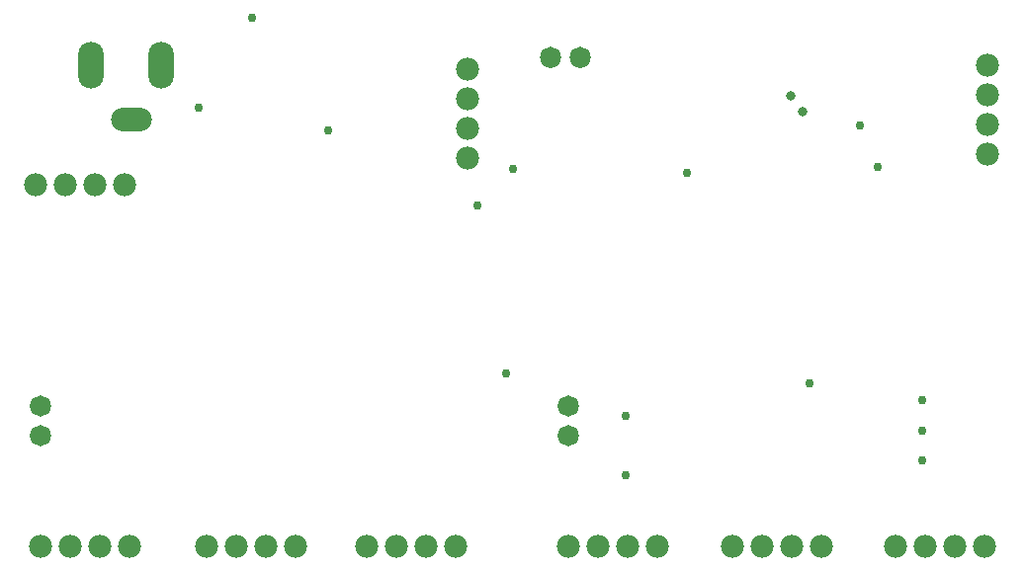
<source format=gbs>
G04*
G04 #@! TF.GenerationSoftware,Altium Limited,Altium Designer,22.1.2 (22)*
G04*
G04 Layer_Color=16711935*
%FSLAX25Y25*%
%MOIN*%
G70*
G04*
G04 #@! TF.SameCoordinates,52BC5A9B-E7CF-49AA-A5AC-D027EE08C1C4*
G04*
G04*
G04 #@! TF.FilePolarity,Negative*
G04*
G01*
G75*
%ADD28C,0.00000*%
%ADD34C,0.07800*%
%ADD35C,0.07178*%
%ADD36O,0.08674X0.15761*%
%ADD37O,0.13792X0.07887*%
%ADD38C,0.03000*%
%ADD39C,0.03300*%
D28*
X19890Y54500D02*
G03*
X19890Y54500I-3390J0D01*
G01*
Y64500D02*
G03*
X19890Y64500I-3390J0D01*
G01*
X191937Y182000D02*
G03*
X191937Y182000I-3390J0D01*
G01*
X201937D02*
G03*
X201937Y182000I-3390J0D01*
G01*
X197890Y54500D02*
G03*
X197890Y54500I-3390J0D01*
G01*
Y64500D02*
G03*
X197890Y64500I-3390J0D01*
G01*
D34*
X82500Y17000D02*
D03*
X72500D02*
D03*
X102500D02*
D03*
X92500D02*
D03*
X136500D02*
D03*
X126500D02*
D03*
X156500D02*
D03*
X146500D02*
D03*
X26500D02*
D03*
X16500D02*
D03*
X46500D02*
D03*
X36500D02*
D03*
X35000Y139000D02*
D03*
X45000D02*
D03*
X15000D02*
D03*
X25000D02*
D03*
X160500Y168000D02*
D03*
Y178000D02*
D03*
Y148000D02*
D03*
Y158000D02*
D03*
X315000Y17000D02*
D03*
X305000D02*
D03*
X335000D02*
D03*
X325000D02*
D03*
X260000D02*
D03*
X250000D02*
D03*
X280000D02*
D03*
X270000D02*
D03*
X204500D02*
D03*
X194500D02*
D03*
X224500D02*
D03*
X214500D02*
D03*
X336000Y169500D02*
D03*
Y179500D02*
D03*
Y149500D02*
D03*
Y159500D02*
D03*
D35*
X16500Y54500D02*
D03*
Y64500D02*
D03*
X188547Y182000D02*
D03*
X198547D02*
D03*
X194500Y54500D02*
D03*
Y64500D02*
D03*
D36*
X57122Y179500D02*
D03*
X33500D02*
D03*
D37*
X47280Y161193D02*
D03*
D38*
X314000Y46000D02*
D03*
Y56000D02*
D03*
Y66500D02*
D03*
X173500Y75500D02*
D03*
X176000Y144500D02*
D03*
X88000Y195500D02*
D03*
X276000Y72000D02*
D03*
X299000Y145000D02*
D03*
X293000Y159000D02*
D03*
X70000Y165000D02*
D03*
X113500Y157500D02*
D03*
X214000Y41000D02*
D03*
Y61000D02*
D03*
X234469Y143000D02*
D03*
X164000Y132000D02*
D03*
D39*
X269452Y169048D02*
D03*
X273548Y163952D02*
D03*
M02*

</source>
